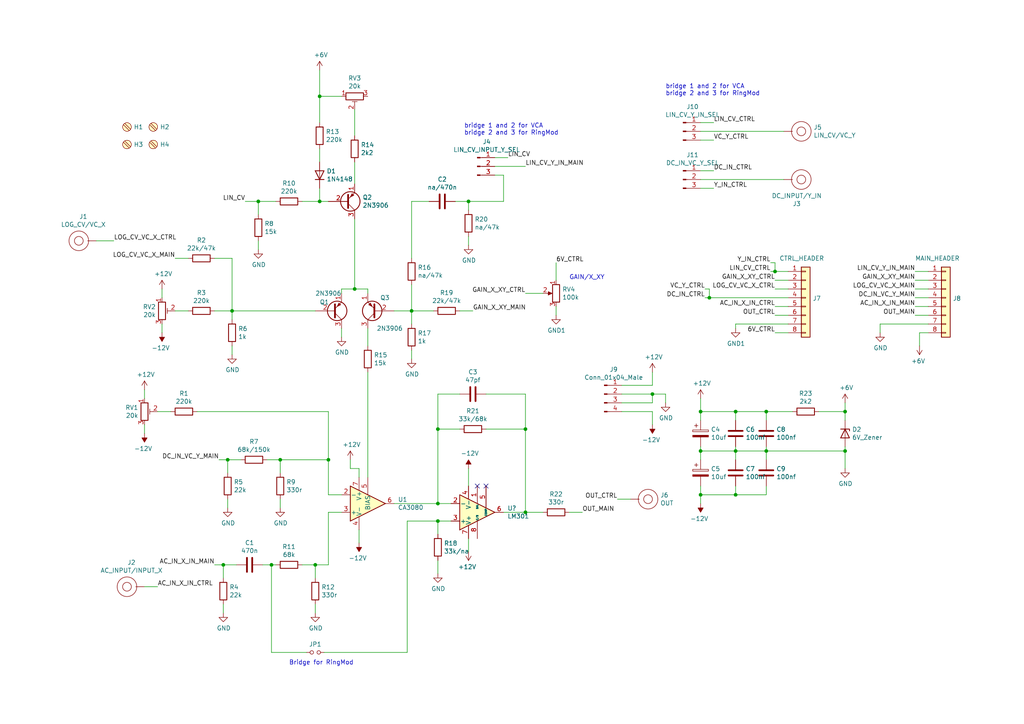
<source format=kicad_sch>
(kicad_sch (version 20211123) (generator eeschema)
  (paper "A4")
  (title_block (rev "v01") (comment 2 "creativecommons.org/licenses/by/4.0/") (comment 3 "License: CC BY 4.0") (comment 4 "Author: Guy John"))
  (lib_symbols
    (symbol "Amplifier_Operational:CA3080" (pin_names (offset 0.127))
      (property "Reference" "U" (at 1.27 3.81 0))
      (property "Value" "CA3080" (at 1.27 -3.81 0))
      (symbol "CA3080_0_1"
        (polyline (pts (xy 5.08 0) (xy -5.08 -5.08) (xy -5.08 5.08) (xy 5.08 0)) (stroke (width 0.254)) (fill (type background)))
      )
      (symbol "CA3080_1_1"
        (pin no_connect line (at -2.54 2.54 270) (length 2.54) hide (name "NC") (number "1"))
        (pin input line (at -7.62 2.54 0) (length 2.54) (name "-") (number "2"))
        (pin input line (at -7.62 -2.54 0) (length 2.54) (name "+") (number "3"))
        (pin power_in line (at -2.54 -7.62 90) (length 3.81) (name "V-") (number "4"))
        (pin passive line (at 0 7.62 270) (length 5.08) (name "BIAS") (number "5"))
        (pin output line (at 7.62 0 180) (length 2.54) (name "~") (number "6"))
        (pin power_in line (at -2.54 7.62 270) (length 3.81) (name "V+") (number "7"))
        (pin no_connect line (at 0 2.54 270) (length 2.54) hide (name "NC") (number "8"))
      )
    )
    (symbol "Amplifier_Operational:LM301" (pin_names (offset 0.127))
      (property "Reference" "U" (at 1.27 6.35 0))
      (property "Value" "LM301" (at 1.27 3.81 0))
      (symbol "LM301_0_1"
        (polyline (pts (xy -5.08 5.08) (xy 5.08 0) (xy -5.08 -5.08) (xy -5.08 5.08)) (stroke (width 0.254)) (fill (type background)))
      )
      (symbol "LM301_1_1"
        (pin input line (at 0 -7.62 90) (length 5.08) (name "BAL") (number "1"))
        (pin input line (at -7.62 -2.54 0) (length 2.54) (name "-") (number "2"))
        (pin input line (at -7.62 2.54 0) (length 2.54) (name "+") (number "3"))
        (pin power_in line (at -2.54 -7.62 90) (length 3.81) (name "V-") (number "4"))
        (pin input line (at 2.54 -7.62 90) (length 6.35) (name "COMP") (number "5"))
        (pin output line (at 7.62 0 180) (length 2.54) (name "~") (number "6"))
        (pin power_in line (at -2.54 7.62 270) (length 3.81) (name "V+") (number "7"))
        (pin input line (at 0 7.62 270) (length 5.08) (name "C/B") (number "8"))
      )
    )
    (symbol "Connector:Conn_01x03_Male" (pin_names (offset 1.016) hide)
      (property "Reference" "J" (at 0 5.08 0))
      (property "Value" "Conn_01x03_Male" (at 0 -5.08 0))
      (symbol "Conn_01x03_Male_1_1"
        (polyline (pts (xy 1.27 -2.54) (xy 0.8636 -2.54)) (stroke (width 0.1524)))
        (polyline (pts (xy 1.27 0) (xy 0.8636 0)) (stroke (width 0.1524)))
        (polyline (pts (xy 1.27 2.54) (xy 0.8636 2.54)) (stroke (width 0.1524)))
        (rectangle (start 0.8636 -2.413) (end 0 -2.667) (stroke (width 0.1524)) (fill (type outline)))
        (rectangle (start 0.8636 0.127) (end 0 -0.127) (stroke (width 0.1524)) (fill (type outline)))
        (rectangle (start 0.8636 2.667) (end 0 2.413) (stroke (width 0.1524)) (fill (type outline)))
        (pin passive line (at 5.08 2.54 180) (length 3.81) (name "Pin_1") (number "1"))
        (pin passive line (at 5.08 0 180) (length 3.81) (name "Pin_2") (number "2"))
        (pin passive line (at 5.08 -2.54 180) (length 3.81) (name "Pin_3") (number "3"))
      )
    )
    (symbol "Connector:Conn_01x04_Male" (pin_names (offset 1.016) hide)
      (property "Reference" "J" (at 0 5.08 0))
      (property "Value" "Conn_01x04_Male" (at 0 -7.62 0))
      (symbol "Conn_01x04_Male_1_1"
        (polyline (pts (xy 1.27 -5.08) (xy 0.8636 -5.08)) (stroke (width 0.1524)))
        (polyline (pts (xy 1.27 -2.54) (xy 0.8636 -2.54)) (stroke (width 0.1524)))
        (polyline (pts (xy 1.27 0) (xy 0.8636 0)) (stroke (width 0.1524)))
        (polyline (pts (xy 1.27 2.54) (xy 0.8636 2.54)) (stroke (width 0.1524)))
        (rectangle (start 0.8636 -4.953) (end 0 -5.207) (stroke (width 0.1524)) (fill (type outline)))
        (rectangle (start 0.8636 -2.413) (end 0 -2.667) (stroke (width 0.1524)) (fill (type outline)))
        (rectangle (start 0.8636 0.127) (end 0 -0.127) (stroke (width 0.1524)) (fill (type outline)))
        (rectangle (start 0.8636 2.667) (end 0 2.413) (stroke (width 0.1524)) (fill (type outline)))
        (pin passive line (at 5.08 2.54 180) (length 3.81) (name "Pin_1") (number "1"))
        (pin passive line (at 5.08 0 180) (length 3.81) (name "Pin_2") (number "2"))
        (pin passive line (at 5.08 -2.54 180) (length 3.81) (name "Pin_3") (number "3"))
        (pin passive line (at 5.08 -5.08 180) (length 3.81) (name "Pin_4") (number "4"))
      )
    )
    (symbol "Connector_Generic:Conn_01x08" (pin_names (offset 1.016) hide)
      (property "Reference" "J" (at 0 10.16 0))
      (property "Value" "Conn_01x08" (at 0 -12.7 0))
      (symbol "Conn_01x08_1_1"
        (rectangle (start -1.27 -10.033) (end 0 -10.287) (stroke (width 0.1524)))
        (rectangle (start -1.27 -7.493) (end 0 -7.747) (stroke (width 0.1524)))
        (rectangle (start -1.27 -4.953) (end 0 -5.207) (stroke (width 0.1524)))
        (rectangle (start -1.27 -2.413) (end 0 -2.667) (stroke (width 0.1524)))
        (rectangle (start -1.27 0.127) (end 0 -0.127) (stroke (width 0.1524)))
        (rectangle (start -1.27 2.667) (end 0 2.413) (stroke (width 0.1524)))
        (rectangle (start -1.27 5.207) (end 0 4.953) (stroke (width 0.1524)))
        (rectangle (start -1.27 7.747) (end 0 7.493) (stroke (width 0.1524)))
        (rectangle (start -1.27 8.89) (end 1.27 -11.43) (stroke (width 0.254)) (fill (type background)))
        (pin passive line (at -5.08 7.62 0) (length 3.81) (name "Pin_1") (number "1"))
        (pin passive line (at -5.08 5.08 0) (length 3.81) (name "Pin_2") (number "2"))
        (pin passive line (at -5.08 2.54 0) (length 3.81) (name "Pin_3") (number "3"))
        (pin passive line (at -5.08 0 0) (length 3.81) (name "Pin_4") (number "4"))
        (pin passive line (at -5.08 -2.54 0) (length 3.81) (name "Pin_5") (number "5"))
        (pin passive line (at -5.08 -5.08 0) (length 3.81) (name "Pin_6") (number "6"))
        (pin passive line (at -5.08 -7.62 0) (length 3.81) (name "Pin_7") (number "7"))
        (pin passive line (at -5.08 -10.16 0) (length 3.81) (name "Pin_8") (number "8"))
      )
    )
    (symbol "Device:C" (pin_numbers hide) (pin_names (offset 0.254))
      (property "Reference" "C" (at 0.635 2.54 0))
      (property "Value" "C" (at 0.635 -2.54 0))
      (symbol "C_0_1"
        (polyline (pts (xy -2.032 -0.762) (xy 2.032 -0.762)) (stroke (width 0.508)))
        (polyline (pts (xy -2.032 0.762) (xy 2.032 0.762)) (stroke (width 0.508)))
      )
      (symbol "C_1_1"
        (pin passive line (at 0 3.81 270) (length 2.794) (name "~") (number "1"))
        (pin passive line (at 0 -3.81 90) (length 2.794) (name "~") (number "2"))
      )
    )
    (symbol "Device:D" (pin_numbers hide) (pin_names (offset 1.016) hide)
      (property "Reference" "D" (at 0 2.54 0))
      (property "Value" "D" (at 0 -2.54 0))
      (symbol "D_0_1"
        (polyline (pts (xy -1.27 1.27) (xy -1.27 -1.27)) (stroke (width 0.254)))
        (polyline (pts (xy 1.27 0) (xy -1.27 0)))
        (polyline (pts (xy 1.27 1.27) (xy 1.27 -1.27) (xy -1.27 0) (xy 1.27 1.27)) (stroke (width 0.254)))
      )
      (symbol "D_1_1"
        (pin passive line (at -3.81 0 0) (length 2.54) (name "K") (number "1"))
        (pin passive line (at 3.81 0 180) (length 2.54) (name "A") (number "2"))
      )
    )
    (symbol "Device:D_Zener" (pin_numbers hide) (pin_names (offset 1.016) hide)
      (property "Reference" "D" (at 0 2.54 0))
      (property "Value" "D_Zener" (at 0 -2.54 0))
      (symbol "D_Zener_0_1"
        (polyline (pts (xy 1.27 0) (xy -1.27 0)))
        (polyline (pts (xy -1.27 -1.27) (xy -1.27 1.27) (xy -0.762 1.27)) (stroke (width 0.254)))
        (polyline (pts (xy 1.27 -1.27) (xy 1.27 1.27) (xy -1.27 0) (xy 1.27 -1.27)) (stroke (width 0.254)))
      )
      (symbol "D_Zener_1_1"
        (pin passive line (at -3.81 0 0) (length 2.54) (name "K") (number "1"))
        (pin passive line (at 3.81 0 180) (length 2.54) (name "A") (number "2"))
      )
    )
    (symbol "Device:R" (pin_numbers hide) (pin_names (offset 0))
      (property "Reference" "R" (at 2.032 0 90))
      (property "Value" "R" (at 0 0 90))
      (symbol "R_0_1"
        (rectangle (start -1.016 -2.54) (end 1.016 2.54) (stroke (width 0.254)))
      )
      (symbol "R_1_1"
        (pin passive line (at 0 3.81 270) (length 1.27) (name "~") (number "1"))
        (pin passive line (at 0 -3.81 90) (length 1.27) (name "~") (number "2"))
      )
    )
    (symbol "Transistor_BJT:2N3906" (pin_names (offset 0) hide)
      (property "Reference" "Q" (at 5.08 1.905 0))
      (property "Value" "2N3906" (at 5.08 0 0))
      (symbol "2N3906_0_1"
        (polyline (pts (xy 0.635 0.635) (xy 2.54 2.54)))
        (polyline (pts (xy 0.635 -0.635) (xy 2.54 -2.54) (xy 2.54 -2.54)))
        (polyline (pts (xy 0.635 1.905) (xy 0.635 -1.905) (xy 0.635 -1.905)) (stroke (width 0.508)))
        (polyline (pts (xy 2.286 -1.778) (xy 1.778 -2.286) (xy 1.27 -1.27) (xy 2.286 -1.778) (xy 2.286 -1.778)) (fill (type outline)))
        (circle (center 1.27 0) (radius 2.8194) (stroke (width 0.254)))
      )
      (symbol "2N3906_1_1"
        (pin passive line (at 2.54 -5.08 90) (length 2.54) (name "E") (number "1"))
        (pin input line (at -5.08 0 0) (length 5.715) (name "B") (number "2"))
        (pin passive line (at 2.54 5.08 270) (length 2.54) (name "C") (number "3"))
      )
    )
    (symbol "power:+12V" (power) (pin_names (offset 0))
      (property "Value" "+12V" (at 0 3.556 0))
      (symbol "+12V_0_1"
        (polyline (pts (xy -0.762 1.27) (xy 0 2.54)))
        (polyline (pts (xy 0 0) (xy 0 2.54)))
        (polyline (pts (xy 0 2.54) (xy 0.762 1.27)))
      )
      (symbol "+12V_1_1"
        (pin power_in line (at 0 0 90) (length 0) hide (name "+12V") (number "1"))
      )
    )
    (symbol "power:+6V" (power) (pin_names (offset 0))
      (property "Value" "+6V" (at 0 3.556 0))
      (symbol "+6V_0_1"
        (polyline (pts (xy -0.762 1.27) (xy 0 2.54)))
        (polyline (pts (xy 0 0) (xy 0 2.54)))
        (polyline (pts (xy 0 2.54) (xy 0.762 1.27)))
      )
      (symbol "+6V_1_1"
        (pin power_in line (at 0 0 90) (length 0) hide (name "+6V") (number "1"))
      )
    )
    (symbol "power:-12V" (power) (pin_names (offset 0))
      (property "Value" "-12V" (at 0 3.81 0))
      (symbol "-12V_0_0"
        (pin power_in line (at 0 0 90) (length 0) hide (name "-12V") (number "1"))
      )
      (symbol "-12V_0_1"
        (polyline (pts (xy 0 0) (xy 0 1.27) (xy 0.762 1.27) (xy 0 2.54) (xy -0.762 1.27) (xy 0 1.27)) (fill (type outline)))
      )
    )
    (symbol "power:GND" (power) (pin_names (offset 0))
      (property "Value" "GND" (at 0 -3.81 0))
      (symbol "GND_0_1"
        (polyline (pts (xy 0 0) (xy 0 -1.27) (xy 1.27 -1.27) (xy 0 -2.54) (xy -1.27 -1.27) (xy 0 -1.27)))
      )
      (symbol "GND_1_1"
        (pin power_in line (at 0 0 270) (length 0) hide (name "GND") (number "1"))
      )
    )
    (symbol "power:GND1" (power) (pin_names (offset 0))
      (property "Value" "GND1" (at 0 -3.81 0))
      (symbol "GND1_0_1"
        (polyline (pts (xy 0 0) (xy 0 -1.27) (xy 1.27 -1.27) (xy 0 -2.54) (xy -1.27 -1.27) (xy 0 -1.27)))
      )
      (symbol "GND1_1_1"
        (pin power_in line (at 0 0 270) (length 0) hide (name "GND1") (number "1"))
      )
    )
    (symbol "serge-r6-gate-ringmod-rescue:BananaJack_PanelMount-BananaJacks" (pin_numbers hide) (pin_names (offset 1.016))
      (property "Reference" "J" (at 0 3.81 0))
      (symbol "BananaJack_PanelMount-BananaJacks_0_1"
        (circle (center 0 0) (radius 1.27))
        (circle (center 0 0) (radius 2.8448))
      )
      (symbol "BananaJack_PanelMount-BananaJacks_1_1"
        (pin bidirectional line (at 5.08 0 180) (length 2.54) (name "~") (number "1"))
      )
    )
    (symbol "serge-r6-gate-ringmod-rescue:CP-Device" (pin_numbers hide) (pin_names (offset 0.254))
      (property "Reference" "C" (at 0.635 2.54 0))
      (property "Value" "CP-Device" (at 0.635 -2.54 0))
      (symbol "CP-Device_0_1"
        (rectangle (start -2.286 0.508) (end 2.286 1.016))
        (polyline (pts (xy -1.778 2.286) (xy -0.762 2.286)))
        (polyline (pts (xy -1.27 2.794) (xy -1.27 1.778)))
        (rectangle (start 2.286 -0.508) (end -2.286 -1.016) (fill (type outline)))
      )
      (symbol "CP-Device_1_1"
        (pin passive line (at 0 3.81 270) (length 2.794) (name "~") (number "1"))
        (pin passive line (at 0 -3.81 90) (length 2.794) (name "~") (number "2"))
      )
    )
    (symbol "serge-r6-gate-ringmod-rescue:Jumper_NO_Small-Device" (pin_numbers hide) (pin_names (offset 0.762) hide)
      (property "Reference" "JP" (at 0 2.032 0))
      (property "Value" "Jumper_NO_Small-Device" (at 0.254 -1.524 0))
      (symbol "Jumper_NO_Small-Device_0_1"
        (circle (center -1.016 0) (radius 0.508))
        (circle (center 1.016 0) (radius 0.508))
        (pin passive line (at -2.54 0 0) (length 1.016) (name "1") (number "1"))
        (pin passive line (at 2.54 0 180) (length 1.016) (name "2") (number "2"))
      )
    )
    (symbol "serge-r6-gate-ringmod-rescue:MountingScrew_M3_Flathead-Board_Hardware" (pin_numbers hide) (pin_names (offset 0) hide)
      (property "Reference" "H" (at 0 2.54 0))
      (symbol "MountingScrew_M3_Flathead-Board_Hardware_0_1"
        (polyline (pts (xy -1.016 0.635) (xy 0.635 -1.016)))
        (polyline (pts (xy 1.016 -0.635) (xy -0.635 1.016)))
        (circle (center 0 0) (radius 1.2446) (fill (type background)))
      )
    )
    (symbol "serge-r6-gate-ringmod-rescue:R_POT-Device" (pin_names (offset 1.016) hide)
      (property "Reference" "RV" (at -4.445 0 90))
      (property "Value" "R_POT-Device" (at -2.54 0 90))
      (symbol "R_POT-Device_0_1"
        (polyline (pts (xy 2.54 0) (xy 1.524 0)))
        (polyline (pts (xy 1.143 0) (xy 2.286 0.508) (xy 2.286 -0.508) (xy 1.143 0)) (fill (type outline)))
        (rectangle (start 1.016 2.54) (end -1.016 -2.54) (stroke (width 0.254)))
      )
      (symbol "R_POT-Device_1_1"
        (pin passive line (at 0 3.81 270) (length 1.27) (name "1") (number "1"))
        (pin passive line (at 3.81 0 180) (length 1.27) (name "2") (number "2"))
        (pin passive line (at 0 -3.81 90) (length 1.27) (name "3") (number "3"))
      )
    )
    (symbol "serge-r6-gate-ringmod-rescue:R_POT_TRIM-Device" (pin_names (offset 1.016) hide)
      (property "Reference" "RV" (at -4.445 0 90))
      (property "Value" "R_POT_TRIM-Device" (at -2.54 0 90))
      (symbol "R_POT_TRIM-Device_0_1"
        (polyline (pts (xy 1.524 0.762) (xy 1.524 -0.762)))
        (polyline (pts (xy 2.54 0) (xy 1.524 0)))
        (rectangle (start 1.016 2.54) (end -1.016 -2.54) (stroke (width 0.254)))
      )
      (symbol "R_POT_TRIM-Device_1_1"
        (pin passive line (at 0 3.81 270) (length 1.27) (name "1") (number "1"))
        (pin passive line (at 3.81 0 180) (length 1.27) (name "2") (number "2"))
        (pin passive line (at 0 -3.81 90) (length 1.27) (name "3") (number "3"))
      )
    )
  )
  (junction (at 135.89 58.42))
  (junction (at 245.11 119.38))
  (junction (at 203.2 119.38))
  (junction (at 92.71 58.42))
  (junction (at 102.87 83.82))
  (junction (at 152.4 148.59))
  (junction (at 91.44 163.83))
  (junction (at 245.11 130.81))
  (junction (at 222.25 119.38))
  (junction (at 213.36 119.38))
  (junction (at 189.23 114.3))
  (junction (at 95.25 133.35))
  (junction (at 203.2 130.81))
  (junction (at 119.38 90.17))
  (junction (at 64.77 163.83))
  (junction (at 81.28 133.35))
  (junction (at 74.93 58.42))
  (junction (at 213.36 143.51))
  (junction (at 127 151.13))
  (junction (at 127 124.46))
  (junction (at 205.74 86.36))
  (junction (at 224.79 78.74))
  (junction (at 127 146.05))
  (junction (at 152.4 124.46))
  (junction (at 203.2 143.51))
  (junction (at 92.71 27.94))
  (junction (at 213.36 130.81))
  (junction (at 66.04 133.35))
  (junction (at 222.25 130.81))
  (junction (at 67.31 90.17))
  (junction (at 78.74 163.83))
  (no_connect (at 140.97 140.97))
  (no_connect (at 138.43 140.97))
  (wire (pts (xy 213.36 140.97) (xy 213.36 143.51)))
  (wire (pts (xy 67.31 90.17) (xy 67.31 92.71)))
  (wire (pts (xy 71.12 58.42) (xy 74.93 58.42)))
  (wire (pts (xy 135.89 135.89) (xy 135.89 140.97)))
  (wire (pts (xy 265.43 81.28) (xy 269.24 81.28)))
  (wire (pts (xy 106.68 95.25) (xy 106.68 100.33)))
  (wire (pts (xy 91.44 163.83) (xy 91.44 167.64)))
  (wire (pts (xy 92.71 27.94) (xy 92.71 35.56)))
  (wire (pts (xy 87.63 163.83) (xy 91.44 163.83)))
  (wire (pts (xy 127 124.46) (xy 127 146.05)))
  (wire (pts (xy 213.36 130.81) (xy 213.36 133.35)))
  (wire (pts (xy 222.25 119.38) (xy 229.87 119.38)))
  (wire (pts (xy 245.11 129.54) (xy 245.11 130.81)))
  (wire (pts (xy 93.98 189.23) (xy 118.11 189.23)))
  (wire (pts (xy 41.91 113.03) (xy 41.91 115.57)))
  (wire (pts (xy 135.89 156.21) (xy 135.89 160.02)))
  (wire (pts (xy 146.05 58.42) (xy 135.89 58.42)))
  (wire (pts (xy 222.25 130.81) (xy 245.11 130.81)))
  (wire (pts (xy 101.6 135.89) (xy 104.14 135.89)))
  (wire (pts (xy 104.14 135.89) (xy 104.14 138.43)))
  (wire (pts (xy 92.71 20.32) (xy 92.71 27.94)))
  (wire (pts (xy 161.29 76.2) (xy 161.29 81.28)))
  (wire (pts (xy 205.74 86.36) (xy 204.47 86.36)))
  (wire (pts (xy 76.2 163.83) (xy 78.74 163.83)))
  (wire (pts (xy 50.8 90.17) (xy 54.61 90.17)))
  (wire (pts (xy 91.44 177.8) (xy 91.44 175.26)))
  (wire (pts (xy 161.29 88.9) (xy 161.29 91.44)))
  (wire (pts (xy 64.77 167.64) (xy 64.77 163.83)))
  (wire (pts (xy 102.87 46.99) (xy 102.87 53.34)))
  (wire (pts (xy 180.34 119.38) (xy 189.23 119.38)))
  (wire (pts (xy 127 124.46) (xy 133.35 124.46)))
  (wire (pts (xy 152.4 124.46) (xy 152.4 114.3)))
  (wire (pts (xy 180.34 111.76) (xy 189.23 111.76)))
  (wire (pts (xy 81.28 133.35) (xy 95.25 133.35)))
  (wire (pts (xy 104.14 153.67) (xy 104.14 157.48)))
  (wire (pts (xy 74.93 58.42) (xy 80.01 58.42)))
  (wire (pts (xy 224.79 78.74) (xy 223.52 78.74)))
  (wire (pts (xy 203.2 129.54) (xy 203.2 130.81)))
  (wire (pts (xy 95.25 163.83) (xy 95.25 148.59)))
  (wire (pts (xy 269.24 96.52) (xy 266.7 96.52)))
  (wire (pts (xy 146.05 148.59) (xy 152.4 148.59)))
  (wire (pts (xy 222.25 130.81) (xy 222.25 133.35)))
  (wire (pts (xy 106.68 107.95) (xy 106.68 138.43)))
  (wire (pts (xy 213.36 121.92) (xy 213.36 119.38)))
  (wire (pts (xy 213.36 143.51) (xy 222.25 143.51)))
  (wire (pts (xy 101.6 133.35) (xy 101.6 135.89)))
  (wire (pts (xy 78.74 163.83) (xy 80.01 163.83)))
  (wire (pts (xy 245.11 116.84) (xy 245.11 119.38)))
  (wire (pts (xy 152.4 124.46) (xy 152.4 148.59)))
  (wire (pts (xy 114.3 90.17) (xy 119.38 90.17)))
  (wire (pts (xy 127 151.13) (xy 127 154.94)))
  (wire (pts (xy 203.2 119.38) (xy 213.36 119.38)))
  (wire (pts (xy 203.2 38.1) (xy 227.33 38.1)))
  (wire (pts (xy 152.4 114.3) (xy 140.97 114.3)))
  (wire (pts (xy 213.36 129.54) (xy 213.36 130.81)))
  (wire (pts (xy 203.2 119.38) (xy 203.2 121.92)))
  (wire (pts (xy 189.23 111.76) (xy 189.23 107.95)))
  (wire (pts (xy 119.38 90.17) (xy 119.38 93.98)))
  (wire (pts (xy 265.43 78.74) (xy 269.24 78.74)))
  (wire (pts (xy 45.72 119.38) (xy 49.53 119.38)))
  (wire (pts (xy 245.11 130.81) (xy 245.11 135.89)))
  (wire (pts (xy 41.91 170.18) (xy 45.72 170.18)))
  (wire (pts (xy 102.87 31.75) (xy 102.87 39.37)))
  (wire (pts (xy 146.05 50.8) (xy 146.05 58.42)))
  (wire (pts (xy 130.81 151.13) (xy 127 151.13)))
  (wire (pts (xy 224.79 81.28) (xy 228.6 81.28)))
  (wire (pts (xy 127 114.3) (xy 133.35 114.3)))
  (wire (pts (xy 33.02 69.85) (xy 27.94 69.85)))
  (wire (pts (xy 67.31 100.33) (xy 67.31 102.87)))
  (wire (pts (xy 137.16 90.17) (xy 133.35 90.17)))
  (wire (pts (xy 66.04 133.35) (xy 69.85 133.35)))
  (wire (pts (xy 224.79 76.2) (xy 224.79 78.74)))
  (wire (pts (xy 119.38 90.17) (xy 125.73 90.17)))
  (wire (pts (xy 245.11 119.38) (xy 245.11 121.92)))
  (wire (pts (xy 95.25 133.35) (xy 95.25 143.51)))
  (wire (pts (xy 81.28 144.78) (xy 81.28 147.32)))
  (wire (pts (xy 203.2 49.53) (xy 207.01 49.53)))
  (wire (pts (xy 143.51 50.8) (xy 146.05 50.8)))
  (wire (pts (xy 255.27 93.98) (xy 255.27 96.52)))
  (wire (pts (xy 203.2 143.51) (xy 203.2 146.05)))
  (wire (pts (xy 203.2 35.56) (xy 207.01 35.56)))
  (wire (pts (xy 119.38 101.6) (xy 119.38 104.14)))
  (wire (pts (xy 204.47 83.82) (xy 205.74 83.82)))
  (wire (pts (xy 99.06 85.09) (xy 99.06 83.82)))
  (wire (pts (xy 81.28 133.35) (xy 81.28 137.16)))
  (wire (pts (xy 57.15 119.38) (xy 95.25 119.38)))
  (wire (pts (xy 64.77 175.26) (xy 64.77 177.8)))
  (wire (pts (xy 114.3 146.05) (xy 127 146.05)))
  (wire (pts (xy 224.79 91.44) (xy 228.6 91.44)))
  (wire (pts (xy 180.34 116.84) (xy 189.23 116.84)))
  (wire (pts (xy 269.24 93.98) (xy 255.27 93.98)))
  (wire (pts (xy 193.04 114.3) (xy 193.04 116.84)))
  (wire (pts (xy 95.25 119.38) (xy 95.25 133.35)))
  (wire (pts (xy 205.74 86.36) (xy 228.6 86.36)))
  (wire (pts (xy 165.1 148.59) (xy 168.91 148.59)))
  (wire (pts (xy 224.79 83.82) (xy 228.6 83.82)))
  (wire (pts (xy 207.01 54.61) (xy 203.2 54.61)))
  (wire (pts (xy 203.2 115.57) (xy 203.2 119.38)))
  (wire (pts (xy 135.89 68.58) (xy 135.89 71.12)))
  (wire (pts (xy 62.23 163.83) (xy 64.77 163.83)))
  (wire (pts (xy 50.8 74.93) (xy 54.61 74.93)))
  (wire (pts (xy 203.2 143.51) (xy 213.36 143.51)))
  (wire (pts (xy 152.4 85.09) (xy 157.48 85.09)))
  (wire (pts (xy 180.34 114.3) (xy 189.23 114.3)))
  (wire (pts (xy 237.49 119.38) (xy 245.11 119.38)))
  (wire (pts (xy 213.36 119.38) (xy 222.25 119.38)))
  (wire (pts (xy 265.43 83.82) (xy 269.24 83.82)))
  (wire (pts (xy 106.68 83.82) (xy 106.68 85.09)))
  (wire (pts (xy 222.25 130.81) (xy 213.36 130.81)))
  (wire (pts (xy 99.06 27.94) (xy 92.71 27.94)))
  (wire (pts (xy 99.06 95.25) (xy 99.06 97.79)))
  (wire (pts (xy 189.23 119.38) (xy 189.23 123.19)))
  (wire (pts (xy 207.01 40.64) (xy 203.2 40.64)))
  (wire (pts (xy 46.99 83.82) (xy 46.99 86.36)))
  (wire (pts (xy 67.31 90.17) (xy 62.23 90.17)))
  (wire (pts (xy 74.93 69.85) (xy 74.93 72.39)))
  (wire (pts (xy 74.93 62.23) (xy 74.93 58.42)))
  (wire (pts (xy 119.38 74.93) (xy 119.38 58.42)))
  (wire (pts (xy 92.71 43.18) (xy 92.71 46.99)))
  (wire (pts (xy 118.11 189.23) (xy 118.11 151.13)))
  (wire (pts (xy 102.87 83.82) (xy 106.68 83.82)))
  (wire (pts (xy 62.23 74.93) (xy 67.31 74.93)))
  (wire (pts (xy 119.38 90.17) (xy 119.38 82.55)))
  (wire (pts (xy 66.04 144.78) (xy 66.04 147.32)))
  (wire (pts (xy 222.25 143.51) (xy 222.25 140.97)))
  (wire (pts (xy 265.43 88.9) (xy 269.24 88.9)))
  (wire (pts (xy 228.6 93.98) (xy 213.36 93.98)))
  (wire (pts (xy 223.52 76.2) (xy 224.79 76.2)))
  (wire (pts (xy 203.2 140.97) (xy 203.2 143.51)))
  (wire (pts (xy 265.43 86.36) (xy 269.24 86.36)))
  (wire (pts (xy 224.79 88.9) (xy 228.6 88.9)))
  (wire (pts (xy 91.44 163.83) (xy 95.25 163.83)))
  (wire (pts (xy 64.77 163.83) (xy 68.58 163.83)))
  (wire (pts (xy 66.04 137.16) (xy 66.04 133.35)))
  (wire (pts (xy 152.4 148.59) (xy 157.48 148.59)))
  (wire (pts (xy 266.7 96.52) (xy 266.7 100.33)))
  (wire (pts (xy 143.51 45.72) (xy 147.32 45.72)))
  (wire (pts (xy 118.11 151.13) (xy 127 151.13)))
  (wire (pts (xy 222.25 129.54) (xy 222.25 130.81)))
  (wire (pts (xy 222.25 121.92) (xy 222.25 119.38)))
  (wire (pts (xy 102.87 63.5) (xy 102.87 83.82)))
  (wire (pts (xy 205.74 83.82) (xy 205.74 86.36)))
  (wire (pts (xy 95.25 143.51) (xy 99.06 143.51)))
  (wire (pts (xy 78.74 163.83) (xy 78.74 189.23)))
  (wire (pts (xy 99.06 83.82) (xy 102.87 83.82)))
  (wire (pts (xy 127 124.46) (xy 127 114.3)))
  (wire (pts (xy 77.47 133.35) (xy 81.28 133.35)))
  (wire (pts (xy 46.99 93.98) (xy 46.99 96.52)))
  (wire (pts (xy 78.74 189.23) (xy 88.9 189.23)))
  (wire (pts (xy 203.2 130.81) (xy 203.2 133.35)))
  (wire (pts (xy 213.36 93.98) (xy 213.36 95.25)))
  (wire (pts (xy 95.25 58.42) (xy 92.71 58.42)))
  (wire (pts (xy 119.38 58.42) (xy 124.46 58.42)))
  (wire (pts (xy 182.88 144.78) (xy 179.07 144.78)))
  (wire (pts (xy 92.71 54.61) (xy 92.71 58.42)))
  (wire (pts (xy 66.04 133.35) (xy 63.5 133.35)))
  (wire (pts (xy 132.08 58.42) (xy 135.89 58.42)))
  (wire (pts (xy 152.4 124.46) (xy 140.97 124.46)))
  (wire (pts (xy 41.91 123.19) (xy 41.91 125.73)))
  (wire (pts (xy 95.25 148.59) (xy 99.06 148.59)))
  (wire (pts (xy 203.2 52.07) (xy 227.33 52.07)))
  (wire (pts (xy 189.23 114.3) (xy 193.04 114.3)))
  (wire (pts (xy 67.31 90.17) (xy 91.44 90.17)))
  (wire (pts (xy 228.6 96.52) (xy 224.79 96.52)))
  (wire (pts (xy 135.89 58.42) (xy 135.89 60.96)))
  (wire (pts (xy 189.23 116.84) (xy 189.23 114.3)))
  (wire (pts (xy 213.36 130.81) (xy 203.2 130.81)))
  (wire (pts (xy 224.79 78.74) (xy 228.6 78.74)))
  (wire (pts (xy 92.71 58.42) (xy 87.63 58.42)))
  (wire (pts (xy 127 162.56) (xy 127 166.37)))
  (wire (pts (xy 67.31 74.93) (xy 67.31 90.17)))
  (wire (pts (xy 152.4 48.26) (xy 143.51 48.26)))
  (wire (pts (xy 127 146.05) (xy 130.81 146.05)))
  (wire (pts (xy 265.43 91.44) (xy 269.24 91.44)))
  (text "bridge 1 and 2 for VCA\nbridge 2 and 3 for RingMod" (at 134.62 39.37 0) (effects (font (size 1.27 1.27)) (justify left bottom)))
  (text "GAIN/X_XY" (at 165.1 81.28 0) (effects (font (size 1.27 1.27)) (justify left bottom)))
  (text "bridge 1 and 2 for VCA\nbridge 2 and 3 for RingMod" (at 193.04 27.94 0) (effects (font (size 1.27 1.27)) (justify left bottom)))
  (text "Bridge for RingMod" (at 83.82 193.04 0) (effects (font (size 1.27 1.27)) (justify left bottom)))
  (label "DC_IN_CTRL" (at 204.47 86.36 180))
  (label "AC_IN_X_IN_CTRL" (at 45.72 170.18 0))
  (label "LIN_CV" (at 71.12 58.42 180))
  (label "GAIN_X_XY_CTRL" (at 224.79 81.28 180))
  (label "DC_IN_CTRL" (at 207.01 49.53 0))
  (label "LIN_CV_CTRL" (at 207.01 35.56 0))
  (label "LIN_CV_Y_IN_MAIN" (at 152.4 48.26 0))
  (label "DC_IN_VC_Y_MAIN" (at 265.43 86.36 180))
  (label "6V_CTRL" (at 224.79 96.52 180))
  (label "LOG_CV_VC_X_MAIN" (at 265.43 83.82 180))
  (label "VC_Y_CTRL" (at 207.01 40.64 0))
  (label "LOG_CV_VC_X_CTRL" (at 33.02 69.85 0))
  (label "LIN_CV_CTRL" (at 223.52 78.74 180))
  (label "LIN_CV_Y_IN_MAIN" (at 265.43 78.74 180))
  (label "AC_IN_X_IN_MAIN" (at 265.43 88.9 180))
  (label "VC_Y_CTRL" (at 204.47 83.82 180))
  (label "OUT_CTRL" (at 179.07 144.78 180))
  (label "GAIN_X_XY_MAIN" (at 137.16 90.17 0))
  (label "Y_IN_CTRL" (at 207.01 54.61 0))
  (label "AC_IN_X_IN_CTRL" (at 224.79 88.9 180))
  (label "Y_IN_CTRL" (at 223.52 76.2 180))
  (label "LIN_CV" (at 147.32 45.72 0))
  (label "DC_IN_VC_Y_MAIN" (at 63.5 133.35 180))
  (label "LOG_CV_VC_X_MAIN" (at 50.8 74.93 180))
  (label "GAIN_X_XY_CTRL" (at 152.4 85.09 180))
  (label "LOG_CV_VC_X_CTRL" (at 224.79 83.82 180))
  (label "6V_CTRL" (at 161.29 76.2 0))
  (label "AC_IN_X_IN_MAIN" (at 62.23 163.83 180))
  (label "GAIN_X_XY_MAIN" (at 265.43 81.28 180))
  (label "OUT_MAIN" (at 265.43 91.44 180))
  (label "OUT_MAIN" (at 168.91 148.59 0))
  (label "OUT_CTRL" (at 224.79 91.44 180))
  (symbol (lib_id "Amplifier_Operational:LM301") (at 138.43 148.59 0) (mirror x) (unit 1)
    (property "Reference" "U?" (at 147.1676 147.4216 0) (effects (justify left)))
    (property "Value" "LM301" (at 147.1676 149.733 0) (effects (justify left)))
    (property "Datasheet" "http://www.ti.com/lit/ds/symlink/lm101a-n.pdf" (effects hide))
  )
  (symbol (lib_id "Amplifier_Operational:CA3080") (at 106.68 146.05 0) (unit 1)
    (property "Reference" "U1" (at 115.4176 144.8816 0) (effects (justify left)))
    (property "Value" "CA3080" (at 115.4176 147.193 0) (effects (justify left)))
    (property "Footprint" "Package_DIP:DIP-8_W7.62mm_Socket" (effects hide))
    (property "Datasheet" "http://www.intersil.com/content/dam/Intersil/documents/ca30/ca3080-a.pdf" (effects hide))
  )
  (symbol (lib_id "Transistor_BJT:2N3906") (at 109.22 90.17 180) (unit 1)
    (property "Reference" "Q3" (at 113.03 86.36 0) (effects (justify left)))
    (property "Value" "2N3906" (at 116.84 95.25 0) (effects (justify left)))
    (property "Footprint" "Package_TO_SOT_THT:TO-92_Inline" (effects hide))
    (property "Datasheet" "https://www.onsemi.com/pub/Collateral/2N3906-D.PDF" (effects hide))
  )
  (symbol (lib_id "Transistor_BJT:2N3906") (at 96.52 90.17 0) (mirror x) (unit 1)
    (property "Reference" "Q1" (at 92.71 87.63 0) (effects (justify left)))
    (property "Value" "2N3906" (at 91.44 85.09 0) (effects (justify left)))
    (property "Footprint" "Package_TO_SOT_THT:TO-92_Inline" (effects hide))
    (property "Datasheet" "https://www.onsemi.com/pub/Collateral/2N3906-D.PDF" (effects hide))
  )
  (symbol (lib_id "Transistor_BJT:2N3906") (at 100.33 58.42 0) (mirror x) (unit 1)
    (property "Reference" "Q2" (at 105.156 57.2516 0) (effects (justify left)))
    (property "Value" "2N3906" (at 105.156 59.563 0) (effects (justify left)))
    (property "Footprint" "Package_TO_SOT_THT:TO-92_Inline" (effects hide))
    (property "Datasheet" "https://www.onsemi.com/pub/Collateral/2N3906-D.PDF" (effects hide))
  )
  (symbol (lib_id "serge-r6-gate-ringmod-rescue:BananaJack_PanelMount-BananaJacks") (at 232.41 52.07 180) (unit 1)
    (property "Reference" "J3" (at 231.0892 59.1058 0))
    (property "Value" "DC_INPUT/Y_IN" (at 231.0892 56.7944 0))
    (property "Footprint" "rumblesan-footprints:BananaJack_THT_JohnsonCinch_108-09" (effects hide))
  )
  (symbol (lib_id "serge-r6-gate-ringmod-rescue:BananaJack_PanelMount-BananaJacks") (at 36.83 170.18 0) (unit 1)
    (property "Reference" "J2" (at 38.1508 163.1442 0))
    (property "Value" "AC_INPUT/INPUT_X" (at 38.1508 165.4556 0))
    (property "Footprint" "rumblesan-footprints:BananaJack_THT_JohnsonCinch_108-09" (effects hide))
  )
  (symbol (lib_id "Device:R") (at 66.04 140.97 0) (unit 1)
    (property "Reference" "R5" (at 67.818 139.8016 0) (effects (justify left)))
    (property "Value" "22k" (at 67.818 142.113 0) (effects (justify left)))
    (property "Footprint" "rumblesan-footprints:Resistor_THT_L6.3mm_D2.5mm_P10.16mm_Horizontal" (effects hide))
  )
  (symbol (lib_id "Device:R") (at 73.66 133.35 270) (unit 1)
    (property "Reference" "R7" (at 73.66 128.0922 90))
    (property "Value" "68k/150k" (at 73.66 130.4036 90))
    (property "Footprint" "rumblesan-footprints:Resistor_THT_L6.3mm_D2.5mm_P10.16mm_Horizontal" (effects hide))
  )
  (symbol (lib_id "Device:R") (at 81.28 140.97 0) (unit 1)
    (property "Reference" "R9" (at 83.058 139.8016 0) (effects (justify left)))
    (property "Value" "330r" (at 83.058 142.113 0) (effects (justify left)))
    (property "Footprint" "rumblesan-footprints:Resistor_THT_L6.3mm_D2.5mm_P10.16mm_Horizontal" (effects hide))
  )
  (symbol (lib_id "Device:R") (at 64.77 171.45 0) (unit 1)
    (property "Reference" "R4" (at 66.548 170.2816 0) (effects (justify left)))
    (property "Value" "22k" (at 66.548 172.593 0) (effects (justify left)))
    (property "Footprint" "rumblesan-footprints:Resistor_THT_L6.3mm_D2.5mm_P10.16mm_Horizontal" (effects hide))
  )
  (symbol (lib_id "Device:R") (at 83.82 163.83 270) (unit 1)
    (property "Reference" "R11" (at 83.82 158.5722 90))
    (property "Value" "68k" (at 83.82 160.8836 90))
    (property "Footprint" "rumblesan-footprints:Resistor_THT_L6.3mm_D2.5mm_P10.16mm_Horizontal" (effects hide))
  )
  (symbol (lib_id "Device:C") (at 72.39 163.83 270) (unit 1)
    (property "Reference" "C1" (at 72.39 157.4292 90))
    (property "Value" "470n" (at 72.39 159.7406 90))
    (property "Footprint" "Capacitor_THT:C_Rect_L7.0mm_W2.5mm_P5.00mm" (effects hide))
  )
  (symbol (lib_id "Device:R") (at 91.44 171.45 0) (unit 1)
    (property "Reference" "R12" (at 93.218 170.2816 0) (effects (justify left)))
    (property "Value" "330r" (at 93.218 172.593 0) (effects (justify left)))
    (property "Footprint" "rumblesan-footprints:Resistor_THT_L6.3mm_D2.5mm_P10.16mm_Horizontal" (effects hide))
  )
  (symbol (lib_id "Device:R") (at 53.34 119.38 270) (unit 1)
    (property "Reference" "R1" (at 53.34 114.1222 90))
    (property "Value" "220k" (at 53.34 116.4336 90))
    (property "Footprint" "rumblesan-footprints:Resistor_THT_L6.3mm_D2.5mm_P10.16mm_Horizontal" (effects hide))
  )
  (symbol (lib_id "serge-r6-gate-ringmod-rescue:R_POT_TRIM-Device") (at 41.91 119.38 0) (unit 1)
    (property "Reference" "RV1" (at 40.132 118.2116 0) (effects (justify right)))
    (property "Value" "20k" (at 40.132 120.523 0) (effects (justify right)))
    (property "Footprint" "rumblesan-footprints:Potentiometer_THT_Bourns_3306P_Vertical" (effects hide))
  )
  (symbol (lib_id "power:GND") (at 99.06 97.79 0) (unit 1)
    (property "Reference" "#PWR012" (effects hide))
    (property "Value" "GND" (at 99.187 102.1842 0))
  )
  (symbol (lib_id "power:-12V") (at 41.91 125.73 180) (unit 1)
    (property "Reference" "#PWR02" (effects hide))
    (property "Value" "-12V" (at 41.529 130.1242 0))
  )
  (symbol (lib_id "power:+12V") (at 41.91 113.03 0) (unit 1)
    (property "Reference" "#PWR01" (effects hide))
    (property "Value" "+12V" (at 42.291 108.6358 0))
  )
  (symbol (lib_id "power:GND") (at 66.04 147.32 0) (unit 1)
    (property "Reference" "#PWR06" (effects hide))
    (property "Value" "GND" (at 66.167 151.7142 0))
  )
  (symbol (lib_id "power:GND") (at 81.28 147.32 0) (unit 1)
    (property "Reference" "#PWR09" (effects hide))
    (property "Value" "GND" (at 81.407 151.7142 0))
  )
  (symbol (lib_id "power:GND") (at 64.77 177.8 0) (unit 1)
    (property "Reference" "#PWR05" (effects hide))
    (property "Value" "GND" (at 64.897 182.1942 0))
  )
  (symbol (lib_id "power:GND") (at 91.44 177.8 0) (unit 1)
    (property "Reference" "#PWR010" (effects hide))
    (property "Value" "GND" (at 91.567 182.1942 0))
  )
  (symbol (lib_id "Device:R") (at 67.31 96.52 0) (unit 1)
    (property "Reference" "R6" (at 69.088 95.3516 0) (effects (justify left)))
    (property "Value" "1k" (at 69.088 97.663 0) (effects (justify left)))
    (property "Footprint" "rumblesan-footprints:Resistor_THT_L6.3mm_D2.5mm_P10.16mm_Horizontal" (effects hide))
  )
  (symbol (lib_id "power:GND") (at 67.31 102.87 0) (unit 1)
    (property "Reference" "#PWR07" (effects hide))
    (property "Value" "GND" (at 67.437 107.2642 0))
  )
  (symbol (lib_id "Device:R") (at 58.42 90.17 270) (unit 1)
    (property "Reference" "R3" (at 58.42 84.9122 90))
    (property "Value" "220k" (at 58.42 87.2236 90))
    (property "Footprint" "rumblesan-footprints:Resistor_THT_L6.3mm_D2.5mm_P10.16mm_Horizontal" (effects hide))
  )
  (symbol (lib_id "serge-r6-gate-ringmod-rescue:R_POT_TRIM-Device") (at 46.99 90.17 0) (unit 1)
    (property "Reference" "RV2" (at 45.212 89.0016 0) (effects (justify right)))
    (property "Value" "20k" (at 45.212 91.313 0) (effects (justify right)))
    (property "Footprint" "rumblesan-footprints:Potentiometer_THT_Bourns_3306P_Vertical" (effects hide))
  )
  (symbol (lib_id "power:-12V") (at 46.99 96.52 180) (unit 1)
    (property "Reference" "#PWR04" (effects hide))
    (property "Value" "-12V" (at 46.609 100.9142 0))
  )
  (symbol (lib_id "power:+12V") (at 46.99 83.82 0) (unit 1)
    (property "Reference" "#PWR03" (effects hide))
    (property "Value" "+12V" (at 47.371 79.4258 0))
  )
  (symbol (lib_id "Device:R") (at 58.42 74.93 270) (unit 1)
    (property "Reference" "R2" (at 58.42 69.6722 90))
    (property "Value" "22k/47k" (at 58.42 71.9836 90))
    (property "Footprint" "rumblesan-footprints:Resistor_THT_L6.3mm_D2.5mm_P10.16mm_Horizontal" (effects hide))
  )
  (symbol (lib_id "serge-r6-gate-ringmod-rescue:BananaJack_PanelMount-BananaJacks") (at 22.86 69.85 0) (unit 1)
    (property "Reference" "J1" (at 24.1808 62.8142 0))
    (property "Value" "LOG_CV/VC_X" (at 24.1808 65.1256 0))
    (property "Footprint" "rumblesan-footprints:BananaJack_THT_JohnsonCinch_108-09" (effects hide))
  )
  (symbol (lib_id "Device:R") (at 106.68 104.14 0) (unit 1)
    (property "Reference" "R15" (at 108.458 102.9716 0) (effects (justify left)))
    (property "Value" "15k" (at 108.458 105.283 0) (effects (justify left)))
    (property "Footprint" "rumblesan-footprints:Resistor_THT_L6.3mm_D2.5mm_P10.16mm_Horizontal" (effects hide))
  )
  (symbol (lib_id "Device:R") (at 119.38 97.79 0) (unit 1)
    (property "Reference" "R17" (at 121.158 96.6216 0) (effects (justify left)))
    (property "Value" "1k" (at 121.158 98.933 0) (effects (justify left)))
    (property "Footprint" "rumblesan-footprints:Resistor_THT_L6.3mm_D2.5mm_P10.16mm_Horizontal" (effects hide))
  )
  (symbol (lib_id "power:GND") (at 119.38 104.14 0) (unit 1)
    (property "Reference" "#PWR015" (effects hide))
    (property "Value" "GND" (at 119.507 108.5342 0))
  )
  (symbol (lib_id "Device:R") (at 129.54 90.17 270) (unit 1)
    (property "Reference" "R19" (at 129.54 84.9122 90))
    (property "Value" "22k/47k" (at 129.54 87.2236 90))
    (property "Footprint" "rumblesan-footprints:Resistor_THT_L6.3mm_D2.5mm_P10.16mm_Horizontal" (effects hide))
  )
  (symbol (lib_id "serge-r6-gate-ringmod-rescue:R_POT-Device") (at 161.29 85.09 0) (mirror y) (unit 1)
    (property "Reference" "RV4" (at 163.068 83.9216 0) (effects (justify right)))
    (property "Value" "100k" (at 163.068 86.233 0) (effects (justify right)))
    (property "Footprint" "Potentiometer_THT:Potentiometer_Alpha_RD901F-40-00D_Single_Vertical" (effects hide))
  )
  (symbol (lib_id "Device:R") (at 83.82 58.42 270) (unit 1)
    (property "Reference" "R10" (at 83.82 53.1622 90))
    (property "Value" "220k" (at 83.82 55.4736 90))
    (property "Footprint" "rumblesan-footprints:Resistor_THT_L6.3mm_D2.5mm_P10.16mm_Horizontal" (effects hide))
  )
  (symbol (lib_id "Device:D") (at 92.71 50.8 90) (unit 1)
    (property "Reference" "D1" (at 94.742 49.6316 90) (effects (justify right)))
    (property "Value" "1N4148" (at 94.742 51.943 90) (effects (justify right)))
    (property "Footprint" "rumblesan-footprints:Diode_THT_P7.62mm_Horizontal" (effects hide))
  )
  (symbol (lib_id "serge-r6-gate-ringmod-rescue:BananaJack_PanelMount-BananaJacks") (at 232.41 38.1 180) (unit 1)
    (property "Reference" "J5" (at 235.966 36.9316 0) (effects (justify right)))
    (property "Value" "LIN_CV/VC_Y" (at 235.966 39.243 0) (effects (justify right)))
    (property "Footprint" "rumblesan-footprints:BananaJack_THT_JohnsonCinch_108-09" (effects hide))
  )
  (symbol (lib_id "Device:R") (at 74.93 66.04 0) (unit 1)
    (property "Reference" "R8" (at 76.708 64.8716 0) (effects (justify left)))
    (property "Value" "15k" (at 76.708 67.183 0) (effects (justify left)))
    (property "Footprint" "rumblesan-footprints:Resistor_THT_L6.3mm_D2.5mm_P10.16mm_Horizontal" (effects hide))
  )
  (symbol (lib_id "power:GND") (at 74.93 72.39 0) (unit 1)
    (property "Reference" "#PWR08" (effects hide))
    (property "Value" "GND" (at 75.057 76.7842 0))
  )
  (symbol (lib_id "Device:R") (at 92.71 39.37 0) (unit 1)
    (property "Reference" "R13" (at 94.488 38.2016 0) (effects (justify left)))
    (property "Value" "220k" (at 94.488 40.513 0) (effects (justify left)))
    (property "Footprint" "rumblesan-footprints:Resistor_THT_L6.3mm_D2.5mm_P10.16mm_Horizontal" (effects hide))
  )
  (symbol (lib_id "Device:R") (at 102.87 43.18 0) (unit 1)
    (property "Reference" "R14" (at 104.648 42.0116 0) (effects (justify left)))
    (property "Value" "2k2" (at 104.648 44.323 0) (effects (justify left)))
    (property "Footprint" "rumblesan-footprints:Resistor_THT_L6.3mm_D2.5mm_P10.16mm_Horizontal" (effects hide))
  )
  (symbol (lib_id "serge-r6-gate-ringmod-rescue:R_POT_TRIM-Device") (at 102.87 27.94 90) (mirror x) (unit 1)
    (property "Reference" "RV3" (at 102.87 22.6822 90))
    (property "Value" "20k" (at 102.87 24.9936 90))
    (property "Footprint" "rumblesan-footprints:Potentiometer_THT_Bourns_3306P_Vertical" (effects hide))
  )
  (symbol (lib_id "power:+6V") (at 92.71 20.32 0) (unit 1)
    (property "Reference" "#PWR011" (effects hide))
    (property "Value" "+6V" (at 93.091 15.9258 0))
  )
  (symbol (lib_id "Device:R") (at 127 158.75 0) (unit 1)
    (property "Reference" "R18" (at 128.778 157.5816 0) (effects (justify left)))
    (property "Value" "33k/na" (at 128.778 159.893 0) (effects (justify left)))
    (property "Footprint" "rumblesan-footprints:Resistor_THT_L6.3mm_D2.5mm_P10.16mm_Horizontal" (effects hide))
  )
  (symbol (lib_id "power:GND") (at 127 166.37 0) (unit 1)
    (property "Reference" "#PWR016" (effects hide))
    (property "Value" "GND" (at 127.127 170.7642 0))
  )
  (symbol (lib_id "Device:R") (at 137.16 124.46 270) (unit 1)
    (property "Reference" "R21" (at 137.16 119.2022 90))
    (property "Value" "33k/68k" (at 137.16 121.5136 90))
    (property "Footprint" "rumblesan-footprints:Resistor_THT_L6.3mm_D2.5mm_P10.16mm_Horizontal" (effects hide))
  )
  (symbol (lib_id "Device:C") (at 137.16 114.3 270) (unit 1)
    (property "Reference" "C3" (at 137.16 107.8992 90))
    (property "Value" "47pf" (at 137.16 110.2106 90))
    (property "Footprint" "Capacitor_THT:C_Rect_L7.0mm_W2.5mm_P5.00mm" (effects hide))
  )
  (symbol (lib_id "Device:R") (at 161.29 148.59 270) (unit 1)
    (property "Reference" "R22" (at 161.29 143.3322 90))
    (property "Value" "330r" (at 161.29 145.6436 90))
    (property "Footprint" "rumblesan-footprints:Resistor_THT_L6.3mm_D2.5mm_P10.16mm_Horizontal" (effects hide))
  )
  (symbol (lib_id "serge-r6-gate-ringmod-rescue:BananaJack_PanelMount-BananaJacks") (at 187.96 144.78 180) (unit 1)
    (property "Reference" "J6" (at 191.516 143.6116 0) (effects (justify right)))
    (property "Value" "OUT" (at 191.516 145.923 0) (effects (justify right)))
    (property "Footprint" "rumblesan-footprints:BananaJack_THT_JohnsonCinch_108-09" (effects hide))
  )
  (symbol (lib_id "power:+12V") (at 135.89 160.02 180) (unit 1)
    (property "Reference" "#PWR019" (effects hide))
    (property "Value" "+12V" (at 135.509 164.4142 0))
  )
  (symbol (lib_id "power:-12V") (at 135.89 135.89 0) (unit 1)
    (property "Reference" "#PWR018" (effects hide))
    (property "Value" "-12V" (at 136.271 131.4958 0))
  )
  (symbol (lib_id "power:-12V") (at 104.14 157.48 180) (unit 1)
    (property "Reference" "#PWR014" (effects hide))
    (property "Value" "-12V" (at 103.759 161.8742 0))
  )
  (symbol (lib_id "power:+12V") (at 101.6 133.35 0) (unit 1)
    (property "Reference" "#PWR013" (effects hide))
    (property "Value" "+12V" (at 101.981 128.9558 0))
  )
  (symbol (lib_id "serge-r6-gate-ringmod-rescue:Jumper_NO_Small-Device") (at 91.44 189.23 0) (unit 1)
    (property "Reference" "JP1" (at 91.44 186.8678 0))
    (property "Value" "Jumper_NO_Small" (effects hide))
    (property "Footprint" "Connector_PinHeader_2.54mm:PinHeader_1x02_P2.54mm_Vertical" (effects hide))
  )
  (symbol (lib_id "Device:R") (at 119.38 78.74 0) (unit 1)
    (property "Reference" "R16" (at 121.158 77.5716 0) (effects (justify left)))
    (property "Value" "na/47k" (at 121.158 79.883 0) (effects (justify left)))
    (property "Footprint" "rumblesan-footprints:Resistor_THT_L6.3mm_D2.5mm_P10.16mm_Horizontal" (effects hide))
  )
  (symbol (lib_id "Device:C") (at 128.27 58.42 270) (unit 1)
    (property "Reference" "C2" (at 128.27 52.0192 90))
    (property "Value" "na/470n" (at 128.27 54.3306 90))
    (property "Footprint" "Capacitor_THT:C_Rect_L7.0mm_W2.5mm_P5.00mm" (effects hide))
  )
  (symbol (lib_id "Device:R") (at 135.89 64.77 0) (unit 1)
    (property "Reference" "R20" (at 137.668 63.6016 0) (effects (justify left)))
    (property "Value" "na/47k" (at 137.668 65.913 0) (effects (justify left)))
    (property "Footprint" "rumblesan-footprints:Resistor_THT_L6.3mm_D2.5mm_P10.16mm_Horizontal" (effects hide))
  )
  (symbol (lib_id "Connector:Conn_01x03_Male") (at 138.43 48.26 0) (unit 1)
    (property "Reference" "J4" (at 141.1732 41.1226 0))
    (property "Value" "LIN_CV_INPUT_Y_SEL" (at 141.1732 43.434 0))
    (property "Footprint" "Connector_PinHeader_2.54mm:PinHeader_1x03_P2.54mm_Vertical" (effects hide))
  )
  (symbol (lib_id "power:GND") (at 135.89 71.12 0) (unit 1)
    (property "Reference" "#PWR017" (effects hide))
    (property "Value" "GND" (at 136.017 75.5142 0))
  )
  (symbol (lib_id "power:-12V") (at 203.2 146.05 180) (unit 1)
    (property "Reference" "#PWR022" (effects hide))
    (property "Value" "-12V" (at 202.819 150.4442 0))
  )
  (symbol (lib_id "power:+12V") (at 203.2 115.57 0) (unit 1)
    (property "Reference" "#PWR021" (effects hide))
    (property "Value" "+12V" (at 203.581 111.1758 0))
  )
  (symbol (lib_id "serge-r6-gate-ringmod-rescue:CP-Device") (at 203.2 125.73 0) (unit 1)
    (property "Reference" "C4" (at 206.1972 124.5616 0) (effects (justify left)))
    (property "Value" "10uf" (at 206.1972 126.873 0) (effects (justify left)))
    (property "Footprint" "rumblesan-footprints:CP_Radial_D5.0mm_P2.50mm" (effects hide))
  )
  (symbol (lib_id "serge-r6-gate-ringmod-rescue:CP-Device") (at 203.2 137.16 0) (unit 1)
    (property "Reference" "C5" (at 206.1972 135.9916 0) (effects (justify left)))
    (property "Value" "10uf" (at 206.1972 138.303 0) (effects (justify left)))
    (property "Footprint" "rumblesan-footprints:CP_Radial_D5.0mm_P2.50mm" (effects hide))
  )
  (symbol (lib_id "Device:C") (at 213.36 125.73 0) (unit 1)
    (property "Reference" "C6" (at 216.281 124.5616 0) (effects (justify left)))
    (property "Value" "100nf" (at 216.281 126.873 0) (effects (justify left)))
    (property "Footprint" "Capacitor_THT:C_Rect_L7.0mm_W2.5mm_P5.00mm" (effects hide))
  )
  (symbol (lib_id "Device:C") (at 213.36 137.16 0) (unit 1)
    (property "Reference" "C7" (at 216.281 135.9916 0) (effects (justify left)))
    (property "Value" "100nf" (at 216.281 138.303 0) (effects (justify left)))
    (property "Footprint" "Capacitor_THT:C_Rect_L7.0mm_W2.5mm_P5.00mm" (effects hide))
  )
  (symbol (lib_id "Device:C") (at 222.25 125.73 0) (unit 1)
    (property "Reference" "C8" (at 225.171 124.5616 0) (effects (justify left)))
    (property "Value" "100nf" (at 225.171 126.873 0) (effects (justify left)))
    (property "Footprint" "Capacitor_THT:C_Rect_L7.0mm_W2.5mm_P5.00mm" (effects hide))
  )
  (symbol (lib_id "Device:C") (at 222.25 137.16 0) (unit 1)
    (property "Reference" "C9" (at 225.171 135.9916 0) (effects (justify left)))
    (property "Value" "100nf" (at 225.171 138.303 0) (effects (justify left)))
    (property "Footprint" "Capacitor_THT:C_Rect_L7.0mm_W2.5mm_P5.00mm" (effects hide))
  )
  (symbol (lib_id "Device:R") (at 233.68 119.38 270) (unit 1)
    (property "Reference" "R23" (at 233.68 114.1222 90))
    (property "Value" "2k2" (at 233.68 116.4336 90))
    (property "Footprint" "rumblesan-footprints:Resistor_THT_L6.3mm_D2.5mm_P10.16mm_Horizontal" (effects hide))
  )
  (symbol (lib_id "Device:D_Zener") (at 245.11 125.73 270) (unit 1)
    (property "Reference" "D2" (at 247.142 124.5616 90) (effects (justify left)))
    (property "Value" "6V_Zener" (at 247.142 126.873 90) (effects (justify left)))
    (property "Footprint" "rumblesan-footprints:Diode_THT_P7.62mm_Horizontal" (effects hide))
  )
  (symbol (lib_id "power:GND") (at 245.11 135.89 0) (unit 1)
    (property "Reference" "#PWR027" (effects hide))
    (property "Value" "GND" (at 245.237 140.2842 0))
  )
  (symbol (lib_id "power:+6V") (at 245.11 116.84 0) (unit 1)
    (property "Reference" "#PWR026" (effects hide))
    (property "Value" "+6V" (at 245.491 112.4458 0))
  )
  (symbol (lib_id "Connector_Generic:Conn_01x08") (at 233.68 86.36 0) (unit 1)
    (property "Reference" "J7" (at 235.712 86.5632 0) (effects (justify left)))
    (property "Value" "CTRL_HEADER" (at 226.06 74.93 0) (effects (justify left)))
    (property "Footprint" "Connector_PinHeader_2.54mm:PinHeader_1x08_P2.54mm_Vertical" (effects hide))
  )
  (symbol (lib_id "Connector_Generic:Conn_01x08") (at 274.32 86.36 0) (unit 1)
    (property "Reference" "J8" (at 276.352 86.5632 0) (effects (justify left)))
    (property "Value" "MAIN_HEADER" (at 265.43 74.93 0) (effects (justify left)))
    (property "Footprint" "Connector_PinSocket_2.54mm:PinSocket_1x08_P2.54mm_Vertical" (effects hide))
  )
  (symbol (lib_id "power:GND1") (at 161.29 91.44 0) (unit 1)
    (property "Reference" "#PWR020" (effects hide))
    (property "Value" "GND1" (at 161.417 95.8342 0))
  )
  (symbol (lib_id "power:+6V") (at 266.7 100.33 180) (unit 1)
    (property "Reference" "#PWR025" (effects hide))
    (property "Value" "+6V" (at 266.319 104.7242 0))
  )
  (symbol (lib_id "power:GND1") (at 213.36 95.25 0) (unit 1)
    (property "Reference" "#PWR023" (effects hide))
    (property "Value" "GND1" (at 213.487 99.6442 0))
  )
  (symbol (lib_id "power:GND") (at 255.27 96.52 0) (unit 1)
    (property "Reference" "#PWR024" (effects hide))
    (property "Value" "GND" (at 255.397 100.9142 0))
  )
  (symbol (lib_id "serge-r6-gate-ringmod-rescue:MountingScrew_M3_Flathead-Board_Hardware") (at 36.83 36.83 0) (unit 1)
    (property "Reference" "H1" (at 38.7858 36.83 0) (effects (justify left)))
    (property "Value" "MountingScrew_M3_Flathead" (effects hide))
    (property "Footprint" "MountingHole:MountingHole_3.2mm_M3" (effects hide))
  )
  (symbol (lib_id "serge-r6-gate-ringmod-rescue:MountingScrew_M3_Flathead-Board_Hardware") (at 44.45 36.83 0) (unit 1)
    (property "Reference" "H2" (at 46.4058 36.83 0) (effects (justify left)))
    (property "Value" "MountingScrew_M3_Flathead" (effects hide))
    (property "Footprint" "MountingHole:MountingHole_3.2mm_M3" (effects hide))
  )
  (symbol (lib_id "Connector:Conn_01x04_Male") (at 175.26 114.3 0) (unit 1)
    (property "Reference" "J9" (at 178.0032 107.1626 0))
    (property "Value" "Conn_01x04_Male" (at 178.0032 109.474 0))
    (property "Footprint" "rumblesan-footprints:Molex_KK-254_AE-6410-04A_1x04_P2.54mm_Vertical" (effects hide))
  )
  (symbol (lib_id "power:+12V") (at 189.23 107.95 0) (unit 1)
    (property "Reference" "#PWR028" (effects hide))
    (property "Value" "+12V" (at 189.611 103.5558 0))
  )
  (symbol (lib_id "power:-12V") (at 189.23 123.19 180) (unit 1)
    (property "Reference" "#PWR029" (effects hide))
    (property "Value" "-12V" (at 188.849 127.5842 0))
  )
  (symbol (lib_id "power:GND") (at 193.04 116.84 0) (unit 1)
    (property "Reference" "#PWR030" (effects hide))
    (property "Value" "GND" (at 193.167 121.2342 0))
  )
  (symbol (lib_id "serge-r6-gate-ringmod-rescue:MountingScrew_M3_Flathead-Board_Hardware") (at 36.83 41.91 0) (unit 1)
    (property "Reference" "H3" (at 38.7858 41.91 0) (effects (justify left)))
    (property "Value" "MountingScrew_M3_Flathead" (effects hide))
    (property "Footprint" "MountingHole:MountingHole_3.2mm_M3" (effects hide))
  )
  (symbol (lib_id "serge-r6-gate-ringmod-rescue:MountingScrew_M3_Flathead-Board_Hardware") (at 44.45 41.91 0) (unit 1)
    (property "Reference" "H4" (at 46.4058 41.91 0) (effects (justify left)))
    (property "Value" "MountingScrew_M3_Flathead" (effects hide))
    (property "Footprint" "MountingHole:MountingHole_3.2mm_M3" (effects hide))
  )
  (symbol (lib_id "Connector:Conn_01x03_Male") (at 198.12 38.1 0) (unit 1)
    (property "Reference" "J10" (at 200.8632 30.9626 0))
    (property "Value" "LIN_CV_Y_IN_SEL" (at 200.8632 33.274 0))
    (property "Footprint" "Connector_PinHeader_2.54mm:PinHeader_1x03_P2.54mm_Vertical" (effects hide))
  )
  (symbol (lib_id "Connector:Conn_01x03_Male") (at 198.12 52.07 0) (unit 1)
    (property "Reference" "J11" (at 200.8632 44.9326 0))
    (property "Value" "DC_IN_VC_Y_SEL" (at 200.8632 47.244 0))
    (property "Footprint" "Connector_PinHeader_2.54mm:PinHeader_1x03_P2.54mm_Vertical" (effects hide))
  )
)
</source>
